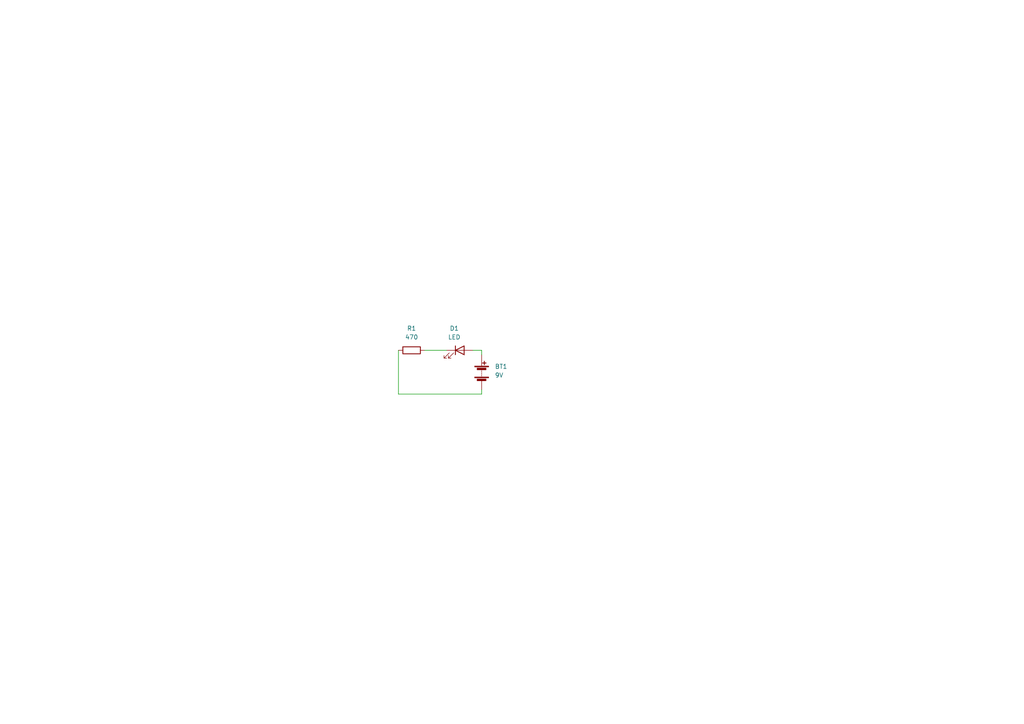
<source format=kicad_sch>
(kicad_sch (version 20211123) (generator eeschema)
  (paper "A4")
  (lib_symbols
    (symbol "Device:Battery" (pin_numbers hide) (pin_names (offset 0) hide)
      (property "Reference" "BT" (at 2.54 2.54 0))
      (property "Value" "Battery" (at 2.54 0 0))
      (symbol "Battery_0_1"
        (rectangle (start -2.032 -1.397) (end 2.032 -1.651) (fill (type outline)))
        (rectangle (start -2.032 1.778) (end 2.032 1.524) (fill (type outline)))
        (rectangle (start -1.3208 -1.9812) (end 1.27 -2.4892) (fill (type outline)))
        (rectangle (start -1.3208 1.1938) (end 1.27 0.6858) (fill (type outline)))
        (polyline (pts (xy 0 -1.524) (xy 0 -1.27)))
        (polyline (pts (xy 0 -1.016) (xy 0 -0.762)))
        (polyline (pts (xy 0 -0.508) (xy 0 -0.254)))
        (polyline (pts (xy 0 0) (xy 0 0.254)))
        (polyline (pts (xy 0 0.508) (xy 0 0.762)))
        (polyline (pts (xy 0 1.778) (xy 0 2.54)))
        (polyline (pts (xy 0.254 2.667) (xy 1.27 2.667)) (stroke (width 0.254)))
        (polyline (pts (xy 0.762 3.175) (xy 0.762 2.159)) (stroke (width 0.254)))
      )
      (symbol "Battery_1_1"
        (pin passive line (at 0 5.08 270) (length 2.54) (name "+") (number "1"))
        (pin passive line (at 0 -5.08 90) (length 2.54) (name "-") (number "2"))
      )
    )
    (symbol "Device:LED" (pin_numbers hide) (pin_names (offset 1.016) hide)
      (property "Reference" "D" (at 0 2.54 0))
      (property "Value" "LED" (at 0 -2.54 0))
      (symbol "LED_0_1"
        (polyline (pts (xy -1.27 -1.27) (xy -1.27 1.27)) (stroke (width 0.254)))
        (polyline (pts (xy -1.27 0) (xy 1.27 0)))
        (polyline (pts (xy 1.27 -1.27) (xy 1.27 1.27) (xy -1.27 0) (xy 1.27 -1.27)) (stroke (width 0.254)))
        (polyline (pts (xy -3.048 -0.762) (xy -4.572 -2.286) (xy -3.81 -2.286) (xy -4.572 -2.286) (xy -4.572 -1.524)))
        (polyline (pts (xy -1.778 -0.762) (xy -3.302 -2.286) (xy -2.54 -2.286) (xy -3.302 -2.286) (xy -3.302 -1.524)))
      )
      (symbol "LED_1_1"
        (pin passive line (at -3.81 0 0) (length 2.54) (name "K") (number "1"))
        (pin passive line (at 3.81 0 180) (length 2.54) (name "A") (number "2"))
      )
    )
    (symbol "Device:R" (pin_numbers hide) (pin_names (offset 0))
      (property "Reference" "R" (at 2.032 0 90))
      (property "Value" "R" (at 0 0 90))
      (symbol "R_0_1"
        (rectangle (start -1.016 -2.54) (end 1.016 2.54) (stroke (width 0.254)))
      )
      (symbol "R_1_1"
        (pin passive line (at 0 3.81 270) (length 1.27) (name "~") (number "1"))
        (pin passive line (at 0 -3.81 90) (length 1.27) (name "~") (number "2"))
      )
    )
  )
  (wire (pts (xy 123.19 101.6) (xy 129.54 101.6)))
  (wire (pts (xy 115.57 114.3) (xy 139.7 114.3)))
  (wire (pts (xy 115.57 101.6) (xy 115.57 114.3)))
  (wire (pts (xy 137.16 101.6) (xy 139.7 101.6)))
  (wire (pts (xy 139.7 113.03) (xy 139.7 114.3)))
  (wire (pts (xy 139.7 102.87) (xy 139.7 101.6)))
  (symbol (lib_id "Device:R") (at 119.38 101.6 90) (unit 1)
    (property "Reference" "R1" (at 119.38 95.25 90))
    (property "Value" "470" (at 119.38 97.79 90))
    (property "Footprint" "Resistor_THT:R_Axial_DIN0207_L6.3mm_D2.5mm_P10.16mm_Horizontal" (effects hide))
  )
  (symbol (lib_id "Device:LED") (at 133.35 101.6 0) (unit 1)
    (property "Reference" "D1" (at 131.7625 95.25 0))
    (property "Value" "LED" (at 131.7625 97.79 0))
    (property "Footprint" "LED_THT:LED_D5.0mm" (effects hide))
  )
  (symbol (lib_id "Device:Battery") (at 139.7 107.95 0) (unit 1)
    (property "Reference" "BT1" (at 143.51 106.2989 0) (effects (justify left)))
    (property "Value" "9V" (at 143.51 108.8389 0) (effects (justify left)))
    (property "Footprint" "Battery:BatteryHolder_ComfortableElectronic_CH273-2450_1x2450" (effects hide))
  )
)
</source>
